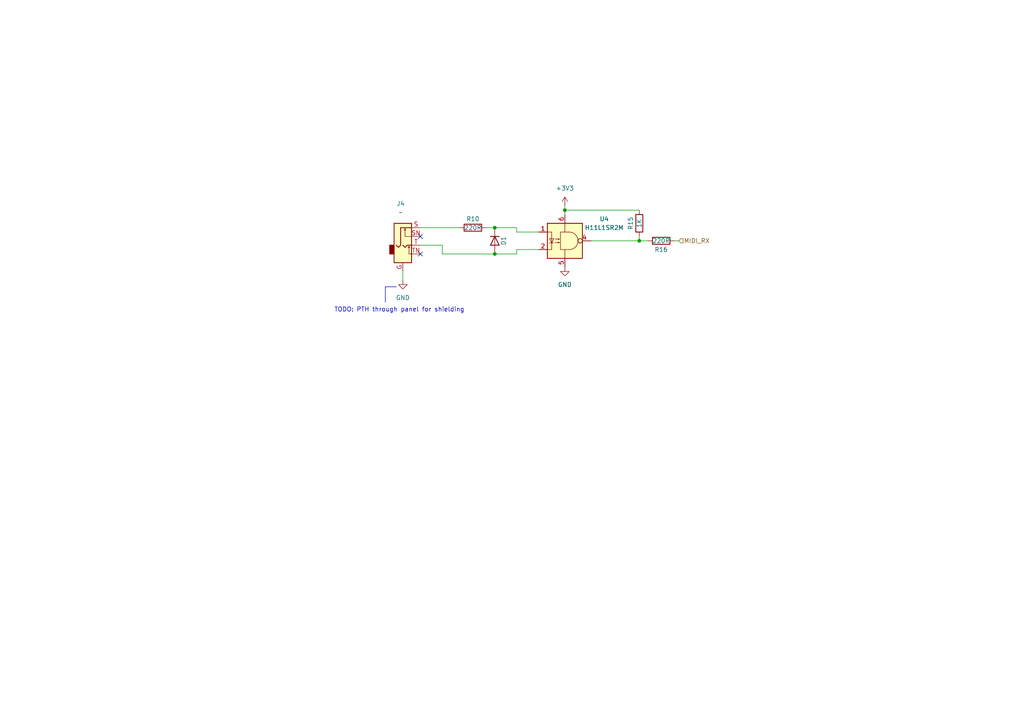
<source format=kicad_sch>
(kicad_sch (version 20250114) (generator "eeschema") (generator_version "9.0")
  (paper "A4")
  (lib_symbols
    (symbol "Connector:AudioJack2_Ground_Switch"
      (property "Reference" "J" (at 0 11.43 0))
      (property "Value" "AudioJack2_Ground_Switch" (at 0 8.89 0))
      (symbol "AudioJack2_Ground_Switch_0_1"
        (rectangle (start -2.54 -2.54) (end -3.81 0) (stroke (width 0.254)) (fill (type outline)))
        (rectangle (start 2.54 6.35) (end -2.54 -5.08) (stroke (width 0.254)) (fill (type background)))
      )
      (symbol "AudioJack2_Ground_Switch_1_1"
        (polyline (pts (xy 0 0) (xy 0.635 -0.635) (xy 1.27 0) (xy 2.54 0)) (stroke (width 0.254)))
        (polyline (pts (xy 0.635 4.826) (xy 0.889 4.318)))
        (polyline (pts (xy 1.778 -0.254) (xy 2.032 -0.762)))
        (polyline (pts (xy 2.54 5.08) (xy -0.635 5.08) (xy -0.635 0) (xy -1.27 -0.635) (xy -1.905 0)) (stroke (width 0.254)))
        (polyline (pts (xy 2.54 2.54) (xy 0.635 2.54) (xy 0.635 4.826) (xy 0.381 4.318)))
        (polyline (pts (xy 2.54 -2.54) (xy 1.778 -2.54) (xy 1.778 -0.254) (xy 1.524 -0.762)))
        (pin passive line (at 0 -7.62 90) (length 2.54) (name "~") (number "G"))
        (pin passive line (at 5.08 5.08 180) (length 2.54) (name "~") (number "S"))
        (pin passive line (at 5.08 2.54 180) (length 2.54) (name "~") (number "SN"))
        (pin passive line (at 5.08 0 180) (length 2.54) (name "~") (number "T"))
        (pin passive line (at 5.08 -2.54 180) (length 2.54) (name "~") (number "TN"))
      )
    )
    (symbol "Device:R" (pin_numbers (hide yes)) (pin_names (offset 0))
      (property "Reference" "R" (at 2.032 0 90))
      (property "Value" "R" (at 0 0 90))
      (symbol "R_0_1"
        (rectangle (start -1.016 -2.54) (end 1.016 2.54) (stroke (width 0.254)))
      )
      (symbol "R_1_1"
        (pin passive line (at 0 3.81 270) (length 1.27) (name "~") (number "1"))
        (pin passive line (at 0 -3.81 90) (length 1.27) (name "~") (number "2"))
      )
    )
    (symbol "Diode:US1G" (pin_numbers (hide yes)) (pin_names (offset 1.016) (hide yes))
      (property "Reference" "D" (at 0 2.54 0))
      (property "Value" "US1G" (at 0 -2.54 0))
      (symbol "US1G_0_1"
        (polyline (pts (xy -1.27 1.27) (xy -1.27 -1.27)) (stroke (width 0.254)))
        (polyline (pts (xy 1.27 1.27) (xy 1.27 -1.27) (xy -1.27 0) (xy 1.27 1.27)) (stroke (width 0.254)))
        (polyline (pts (xy 1.27 0) (xy -1.27 0)))
      )
      (symbol "US1G_1_1"
        (pin passive line (at -3.81 0 0) (length 2.54) (name "K") (number "1"))
        (pin passive line (at 3.81 0 180) (length 2.54) (name "A") (number "2"))
      )
    )
    (symbol "Isolator:H11L1" (pin_names (offset 1.016))
      (property "Reference" "U" (at 1.27 8.89 0))
      (property "Value" "H11L1" (at 1.27 6.35 0))
      (symbol "H11L1_0_1"
        (rectangle (start -5.08 5.08) (end 5.08 -5.08) (stroke (width 0.254)) (fill (type background)))
        (polyline (pts (xy -5.08 -2.54) (xy -3.81 -2.54) (xy -3.81 2.54) (xy -5.08 2.54)))
        (polyline (pts (xy -4.445 -0.635) (xy -3.175 -0.635)))
        (polyline (pts (xy -3.81 -0.635) (xy -4.445 0.635) (xy -3.175 0.635) (xy -3.81 -0.635)))
        (polyline (pts (xy -2.794 0.508) (xy -1.524 0.508) (xy -1.905 0.381) (xy -1.905 0.635) (xy -1.524 0.508)))
        (polyline (pts (xy -2.794 -0.508) (xy -1.524 -0.508) (xy -1.905 -0.635) (xy -1.905 -0.381) (xy -1.524 -0.508)))
        (polyline (pts (xy 0 2.54) (xy 0 5.08)))
        (polyline (pts (xy 0 -2.54) (xy 0 -5.08) (xy 0 -3.81)))
        (arc (start 1.27 2.54) (mid 3.799 0) (end 1.27 -2.54))
        (polyline (pts (xy 1.27 -2.54) (xy -1.27 -2.54) (xy -1.27 2.54) (xy 1.27 2.54)))
      )
      (symbol "H11L1_1_1"
        (pin passive line (at -7.62 2.54 0) (length 2.54) (name "~") (number "1"))
        (pin passive line (at -7.62 -2.54 0) (length 2.54) (name "~") (number "2"))
        (pin no_connect line (at -5.08 0 0) (length 2.54) (hide yes) (name "~") (number "3"))
        (pin power_in line (at 0 7.62 270) (length 2.54) (name "~") (number "6"))
        (pin power_in line (at 0 -7.62 90) (length 2.54) (name "~") (number "5"))
        (pin output inverted (at 7.62 0 180) (length 3.81) (name "~") (number "4"))
      )
    )
    (symbol "power:+3V3" (power) (pin_names (offset 0))
      (property "Value" "+3V3" (at 0 3.556 0))
      (symbol "+3V3_0_1"
        (polyline (pts (xy -0.762 1.27) (xy 0 2.54)))
        (polyline (pts (xy 0 2.54) (xy 0.762 1.27)))
        (polyline (pts (xy 0 0) (xy 0 2.54)))
      )
      (symbol "+3V3_1_1"
        (pin power_in line (at 0 0 90) (length 0) (hide yes) (name "+3V3") (number "1"))
      )
    )
    (symbol "power:GND" (power) (pin_names (offset 0))
      (property "Value" "GND" (at 0 -3.81 0))
      (symbol "GND_0_1"
        (polyline (pts (xy 0 0) (xy 0 -1.27) (xy 1.27 -1.27) (xy 0 -2.54) (xy -1.27 -1.27) (xy 0 -1.27)))
      )
      (symbol "GND_1_1"
        (pin power_in line (at 0 0 270) (length 0) (hide yes) (name "GND") (number "1"))
      )
    )
  )
  (text "TODO: PTH through panel for shielding" (at 115.824 89.916 0) (effects (font (size 1.27 1.27))))
  (junction (at 185.42 69.85))
  (junction (at 163.83 60.96))
  (junction (at 143.51 73.66))
  (junction (at 143.51 66.04))
  (no_connect (at 121.92 68.58))
  (no_connect (at 121.92 73.66))
  (wire (pts (xy 163.83 60.96) (xy 163.83 62.23)))
  (wire (pts (xy 121.92 66.04) (xy 133.35 66.04)))
  (wire (pts (xy 185.42 68.58) (xy 185.42 69.85)))
  (polyline (pts (xy 111.76 83.185) (xy 114.935 83.185)))
  (wire (pts (xy 163.83 59.69) (xy 163.83 60.96)))
  (wire (pts (xy 149.86 73.66) (xy 149.86 72.39)))
  (wire (pts (xy 140.97 66.04) (xy 143.51 66.04)))
  (wire (pts (xy 128.27 73.66) (xy 143.51 73.66)))
  (wire (pts (xy 143.51 66.04) (xy 149.86 66.04)))
  (polyline (pts (xy 111.76 87.63) (xy 111.76 83.185)))
  (wire (pts (xy 128.27 71.12) (xy 121.92 71.12)))
  (wire (pts (xy 149.86 67.31) (xy 156.21 67.31)))
  (wire (pts (xy 149.86 72.39) (xy 156.21 72.39)))
  (wire (pts (xy 195.58 69.85) (xy 196.85 69.85)))
  (wire (pts (xy 171.45 69.85) (xy 185.42 69.85)))
  (wire (pts (xy 163.83 60.96) (xy 185.42 60.96)))
  (wire (pts (xy 185.42 69.85) (xy 187.96 69.85)))
  (wire (pts (xy 143.51 73.66) (xy 149.86 73.66)))
  (wire (pts (xy 149.86 66.04) (xy 149.86 67.31)))
  (wire (pts (xy 128.27 73.66) (xy 128.27 71.12)))
  (wire (pts (xy 116.84 81.28) (xy 116.84 78.74)))
  (hierarchical_label "MIDI_RX" (shape input) (at 196.85 69.85 0))
  (symbol (lib_id "Diode:US1G") (at 143.51 69.85 270) (unit 1)
    (property "Reference" "D1" (at 146.05 69.85 0))
    (property "Value" "1N4007FL" (effects (hide yes)))
    (property "Footprint" "Diode_SMD:D_SOD-123F" (effects (hide yes)))
    (property "Datasheet" "https://www.diodes.com/assets/Datasheets/ds16008.pdf" (effects (hide yes)))
    (property "dig#" "1655-1N4007FLCT-ND" (effects (hide yes)))
    (property "mfg#" "1N4007FL" (effects (hide yes)))
    (property "lcsc#" "C493190" (effects (hide yes)))
    (property "LCSC" "C493190" (effects (hide yes)))
  )
  (symbol (lib_id "power:GND") (at 163.83 77.47 0) (unit 1)
    (property "Reference" "#PWR018" (effects (hide yes)))
    (property "Value" "GND" (at 163.83 82.55 0))
  )
  (symbol (lib_id "power:GND") (at 116.84 81.28 0) (mirror y) (unit 1)
    (property "Reference" "#PWR075" (effects (hide yes)))
    (property "Value" "GND" (at 116.84 86.36 0))
  )
  (symbol (lib_id "Device:R") (at 185.42 64.77 180) (unit 1)
    (property "Reference" "R15" (at 182.88 64.77 90))
    (property "Value" "1K" (at 185.42 64.77 90))
    (property "Footprint" "Resistor_SMD:R_0402_1005Metric" (effects (hide yes)))
    (property "PN" "RC0402FR-071KL" (effects (hide yes)))
    (property "lcsc#" " C11702" (effects (hide yes)))
    (property "LCSC" "C11702" (effects (hide yes)))
  )
  (symbol (lib_id "Device:R") (at 137.16 66.04 90) (unit 1)
    (property "Reference" "R10" (at 137.16 63.5 90))
    (property "Value" "220R" (at 137.16 66.04 90))
    (property "Footprint" "Resistor_SMD:R_0402_1005Metric" (effects (hide yes)))
    (property "PN" "RC0402FR-07220RL" (effects (hide yes)))
    (property "lcsc#" "C25091" (effects (hide yes)))
    (property "LCSC" "C25091" (effects (hide yes)))
  )
  (symbol (lib_id "Isolator:H11L1") (at 163.83 69.85 0) (unit 1)
    (property "Reference" "U4" (at 175.26 63.5 0))
    (property "Value" "H11L1SR2M" (at 175.26 66.04 0))
    (property "Footprint" "Package_DIP:DIP-6_W8.89mm_SMDSocket_LongPads" (effects (hide yes)))
    (property "Datasheet" "https://datasheet.lcsc.com/lcsc/1810271613_onsemi-H11L1SR2M_C20082.pdf" (effects (hide yes)))
    (property "PN" "H11L1SR2M" (effects (hide yes)))
    (property "lcsc#" "C20082" (effects (hide yes)))
    (property "LCSC" "C20082" (effects (hide yes)))
  )
  (symbol (lib_id "power:+3V3") (at 163.83 59.69 0) (unit 1)
    (property "Reference" "#PWR017" (effects (hide yes)))
    (property "Value" "+3V3" (at 163.83 54.61 0))
  )
  (symbol (lib_id "Device:R") (at 191.77 69.85 270) (unit 1)
    (property "Reference" "R16" (at 191.77 72.39 90))
    (property "Value" "220R" (at 191.77 69.85 90))
    (property "Footprint" "Resistor_SMD:R_0402_1005Metric" (effects (hide yes)))
    (property "PN" "RC0402FR-07220RL" (effects (hide yes)))
    (property "lcsc#" "C25091" (effects (hide yes)))
    (property "LCSC" "C25091" (effects (hide yes)))
  )
  (symbol (lib_id "Connector:AudioJack2_Ground_Switch") (at 116.84 71.12 0) (unit 1)
    (property "Reference" "J4" (at 116.205 59.055 0))
    (property "Value" "~" (at 116.205 61.595 0))
    (property "Footprint" "jacks:AUDIO-TH_PJ-325M" (effects (hide yes)))
    (property "lcsc#" "C2884942 " (effects (hide yes)))
    (property "LCSC" "C2884942" (effects (hide yes)))
  )
)
</source>
